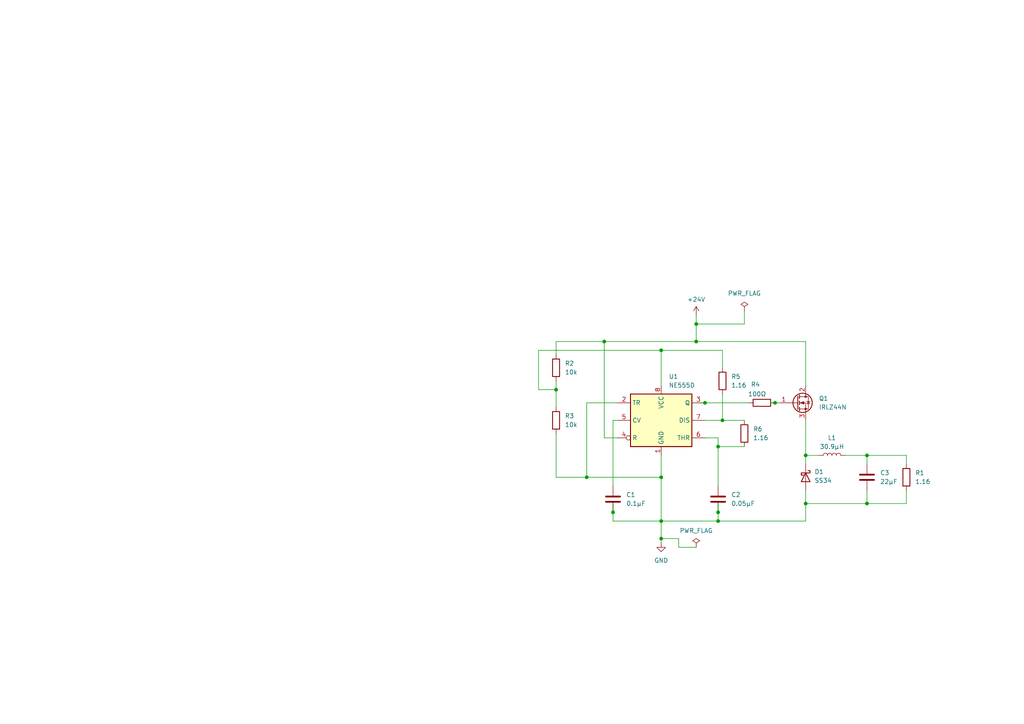
<source format=kicad_sch>
(kicad_sch
	(version 20231120)
	(generator "eeschema")
	(generator_version "8.0")
	(uuid "06f6e6e1-0548-4e65-a511-1ce829e0ce8c")
	(paper "A4")
	(title_block
		(title "Group 56 Buck Converter")
	)
	(lib_symbols
		(symbol "Device:C"
			(pin_numbers hide)
			(pin_names
				(offset 0.254)
			)
			(exclude_from_sim no)
			(in_bom yes)
			(on_board yes)
			(property "Reference" "C"
				(at 0.635 2.54 0)
				(effects
					(font
						(size 1.27 1.27)
					)
					(justify left)
				)
			)
			(property "Value" "C"
				(at 0.635 -2.54 0)
				(effects
					(font
						(size 1.27 1.27)
					)
					(justify left)
				)
			)
			(property "Footprint" ""
				(at 0.9652 -3.81 0)
				(effects
					(font
						(size 1.27 1.27)
					)
					(hide yes)
				)
			)
			(property "Datasheet" "~"
				(at 0 0 0)
				(effects
					(font
						(size 1.27 1.27)
					)
					(hide yes)
				)
			)
			(property "Description" "Unpolarized capacitor"
				(at 0 0 0)
				(effects
					(font
						(size 1.27 1.27)
					)
					(hide yes)
				)
			)
			(property "ki_keywords" "cap capacitor"
				(at 0 0 0)
				(effects
					(font
						(size 1.27 1.27)
					)
					(hide yes)
				)
			)
			(property "ki_fp_filters" "C_*"
				(at 0 0 0)
				(effects
					(font
						(size 1.27 1.27)
					)
					(hide yes)
				)
			)
			(symbol "C_0_1"
				(polyline
					(pts
						(xy -2.032 -0.762) (xy 2.032 -0.762)
					)
					(stroke
						(width 0.508)
						(type default)
					)
					(fill
						(type none)
					)
				)
				(polyline
					(pts
						(xy -2.032 0.762) (xy 2.032 0.762)
					)
					(stroke
						(width 0.508)
						(type default)
					)
					(fill
						(type none)
					)
				)
			)
			(symbol "C_1_1"
				(pin passive line
					(at 0 3.81 270)
					(length 2.794)
					(name "~"
						(effects
							(font
								(size 1.27 1.27)
							)
						)
					)
					(number "1"
						(effects
							(font
								(size 1.27 1.27)
							)
						)
					)
				)
				(pin passive line
					(at 0 -3.81 90)
					(length 2.794)
					(name "~"
						(effects
							(font
								(size 1.27 1.27)
							)
						)
					)
					(number "2"
						(effects
							(font
								(size 1.27 1.27)
							)
						)
					)
				)
			)
		)
		(symbol "Device:L"
			(pin_numbers hide)
			(pin_names
				(offset 1.016) hide)
			(exclude_from_sim no)
			(in_bom yes)
			(on_board yes)
			(property "Reference" "L"
				(at -1.27 0 90)
				(effects
					(font
						(size 1.27 1.27)
					)
				)
			)
			(property "Value" "L"
				(at 1.905 0 90)
				(effects
					(font
						(size 1.27 1.27)
					)
				)
			)
			(property "Footprint" ""
				(at 0 0 0)
				(effects
					(font
						(size 1.27 1.27)
					)
					(hide yes)
				)
			)
			(property "Datasheet" "~"
				(at 0 0 0)
				(effects
					(font
						(size 1.27 1.27)
					)
					(hide yes)
				)
			)
			(property "Description" "Inductor"
				(at 0 0 0)
				(effects
					(font
						(size 1.27 1.27)
					)
					(hide yes)
				)
			)
			(property "ki_keywords" "inductor choke coil reactor magnetic"
				(at 0 0 0)
				(effects
					(font
						(size 1.27 1.27)
					)
					(hide yes)
				)
			)
			(property "ki_fp_filters" "Choke_* *Coil* Inductor_* L_*"
				(at 0 0 0)
				(effects
					(font
						(size 1.27 1.27)
					)
					(hide yes)
				)
			)
			(symbol "L_0_1"
				(arc
					(start 0 -2.54)
					(mid 0.6323 -1.905)
					(end 0 -1.27)
					(stroke
						(width 0)
						(type default)
					)
					(fill
						(type none)
					)
				)
				(arc
					(start 0 -1.27)
					(mid 0.6323 -0.635)
					(end 0 0)
					(stroke
						(width 0)
						(type default)
					)
					(fill
						(type none)
					)
				)
				(arc
					(start 0 0)
					(mid 0.6323 0.635)
					(end 0 1.27)
					(stroke
						(width 0)
						(type default)
					)
					(fill
						(type none)
					)
				)
				(arc
					(start 0 1.27)
					(mid 0.6323 1.905)
					(end 0 2.54)
					(stroke
						(width 0)
						(type default)
					)
					(fill
						(type none)
					)
				)
			)
			(symbol "L_1_1"
				(pin passive line
					(at 0 3.81 270)
					(length 1.27)
					(name "1"
						(effects
							(font
								(size 1.27 1.27)
							)
						)
					)
					(number "1"
						(effects
							(font
								(size 1.27 1.27)
							)
						)
					)
				)
				(pin passive line
					(at 0 -3.81 90)
					(length 1.27)
					(name "2"
						(effects
							(font
								(size 1.27 1.27)
							)
						)
					)
					(number "2"
						(effects
							(font
								(size 1.27 1.27)
							)
						)
					)
				)
			)
		)
		(symbol "Device:R"
			(pin_numbers hide)
			(pin_names
				(offset 0)
			)
			(exclude_from_sim no)
			(in_bom yes)
			(on_board yes)
			(property "Reference" "R"
				(at 2.032 0 90)
				(effects
					(font
						(size 1.27 1.27)
					)
				)
			)
			(property "Value" "R"
				(at 0 0 90)
				(effects
					(font
						(size 1.27 1.27)
					)
				)
			)
			(property "Footprint" ""
				(at -1.778 0 90)
				(effects
					(font
						(size 1.27 1.27)
					)
					(hide yes)
				)
			)
			(property "Datasheet" "~"
				(at 0 0 0)
				(effects
					(font
						(size 1.27 1.27)
					)
					(hide yes)
				)
			)
			(property "Description" "Resistor"
				(at 0 0 0)
				(effects
					(font
						(size 1.27 1.27)
					)
					(hide yes)
				)
			)
			(property "ki_keywords" "R res resistor"
				(at 0 0 0)
				(effects
					(font
						(size 1.27 1.27)
					)
					(hide yes)
				)
			)
			(property "ki_fp_filters" "R_*"
				(at 0 0 0)
				(effects
					(font
						(size 1.27 1.27)
					)
					(hide yes)
				)
			)
			(symbol "R_0_1"
				(rectangle
					(start -1.016 -2.54)
					(end 1.016 2.54)
					(stroke
						(width 0.254)
						(type default)
					)
					(fill
						(type none)
					)
				)
			)
			(symbol "R_1_1"
				(pin passive line
					(at 0 3.81 270)
					(length 1.27)
					(name "~"
						(effects
							(font
								(size 1.27 1.27)
							)
						)
					)
					(number "1"
						(effects
							(font
								(size 1.27 1.27)
							)
						)
					)
				)
				(pin passive line
					(at 0 -3.81 90)
					(length 1.27)
					(name "~"
						(effects
							(font
								(size 1.27 1.27)
							)
						)
					)
					(number "2"
						(effects
							(font
								(size 1.27 1.27)
							)
						)
					)
				)
			)
		)
		(symbol "Diode:SS34"
			(pin_numbers hide)
			(pin_names
				(offset 1.016) hide)
			(exclude_from_sim no)
			(in_bom yes)
			(on_board yes)
			(property "Reference" "D"
				(at 0 2.54 0)
				(effects
					(font
						(size 1.27 1.27)
					)
				)
			)
			(property "Value" "SS34"
				(at 0 -2.54 0)
				(effects
					(font
						(size 1.27 1.27)
					)
				)
			)
			(property "Footprint" "Diode_SMD:D_SMA"
				(at 0 -4.445 0)
				(effects
					(font
						(size 1.27 1.27)
					)
					(hide yes)
				)
			)
			(property "Datasheet" "https://www.vishay.com/docs/88751/ss32.pdf"
				(at 0 0 0)
				(effects
					(font
						(size 1.27 1.27)
					)
					(hide yes)
				)
			)
			(property "Description" "40V 3A Schottky Diode, SMA"
				(at 0 0 0)
				(effects
					(font
						(size 1.27 1.27)
					)
					(hide yes)
				)
			)
			(property "ki_keywords" "diode Schottky"
				(at 0 0 0)
				(effects
					(font
						(size 1.27 1.27)
					)
					(hide yes)
				)
			)
			(property "ki_fp_filters" "D*SMA*"
				(at 0 0 0)
				(effects
					(font
						(size 1.27 1.27)
					)
					(hide yes)
				)
			)
			(symbol "SS34_0_1"
				(polyline
					(pts
						(xy 1.27 0) (xy -1.27 0)
					)
					(stroke
						(width 0)
						(type default)
					)
					(fill
						(type none)
					)
				)
				(polyline
					(pts
						(xy 1.27 1.27) (xy 1.27 -1.27) (xy -1.27 0) (xy 1.27 1.27)
					)
					(stroke
						(width 0.254)
						(type default)
					)
					(fill
						(type none)
					)
				)
				(polyline
					(pts
						(xy -1.905 0.635) (xy -1.905 1.27) (xy -1.27 1.27) (xy -1.27 -1.27) (xy -0.635 -1.27) (xy -0.635 -0.635)
					)
					(stroke
						(width 0.254)
						(type default)
					)
					(fill
						(type none)
					)
				)
			)
			(symbol "SS34_1_1"
				(pin passive line
					(at -3.81 0 0)
					(length 2.54)
					(name "K"
						(effects
							(font
								(size 1.27 1.27)
							)
						)
					)
					(number "1"
						(effects
							(font
								(size 1.27 1.27)
							)
						)
					)
				)
				(pin passive line
					(at 3.81 0 180)
					(length 2.54)
					(name "A"
						(effects
							(font
								(size 1.27 1.27)
							)
						)
					)
					(number "2"
						(effects
							(font
								(size 1.27 1.27)
							)
						)
					)
				)
			)
		)
		(symbol "Timer:NE555D"
			(exclude_from_sim no)
			(in_bom yes)
			(on_board yes)
			(property "Reference" "U"
				(at -10.16 8.89 0)
				(effects
					(font
						(size 1.27 1.27)
					)
					(justify left)
				)
			)
			(property "Value" "NE555D"
				(at 2.54 8.89 0)
				(effects
					(font
						(size 1.27 1.27)
					)
					(justify left)
				)
			)
			(property "Footprint" "Package_SO:SOIC-8_3.9x4.9mm_P1.27mm"
				(at 21.59 -10.16 0)
				(effects
					(font
						(size 1.27 1.27)
					)
					(hide yes)
				)
			)
			(property "Datasheet" "http://www.ti.com/lit/ds/symlink/ne555.pdf"
				(at 21.59 -10.16 0)
				(effects
					(font
						(size 1.27 1.27)
					)
					(hide yes)
				)
			)
			(property "Description" "Precision Timers, 555 compatible, SOIC-8"
				(at 0 0 0)
				(effects
					(font
						(size 1.27 1.27)
					)
					(hide yes)
				)
			)
			(property "ki_keywords" "single timer 555"
				(at 0 0 0)
				(effects
					(font
						(size 1.27 1.27)
					)
					(hide yes)
				)
			)
			(property "ki_fp_filters" "SOIC*3.9x4.9mm*P1.27mm*"
				(at 0 0 0)
				(effects
					(font
						(size 1.27 1.27)
					)
					(hide yes)
				)
			)
			(symbol "NE555D_0_0"
				(pin power_in line
					(at 0 -10.16 90)
					(length 2.54)
					(name "GND"
						(effects
							(font
								(size 1.27 1.27)
							)
						)
					)
					(number "1"
						(effects
							(font
								(size 1.27 1.27)
							)
						)
					)
				)
				(pin power_in line
					(at 0 10.16 270)
					(length 2.54)
					(name "VCC"
						(effects
							(font
								(size 1.27 1.27)
							)
						)
					)
					(number "8"
						(effects
							(font
								(size 1.27 1.27)
							)
						)
					)
				)
			)
			(symbol "NE555D_0_1"
				(rectangle
					(start -8.89 -7.62)
					(end 8.89 7.62)
					(stroke
						(width 0.254)
						(type default)
					)
					(fill
						(type background)
					)
				)
				(rectangle
					(start -8.89 -7.62)
					(end 8.89 7.62)
					(stroke
						(width 0.254)
						(type default)
					)
					(fill
						(type background)
					)
				)
			)
			(symbol "NE555D_1_1"
				(pin input line
					(at -12.7 5.08 0)
					(length 3.81)
					(name "TR"
						(effects
							(font
								(size 1.27 1.27)
							)
						)
					)
					(number "2"
						(effects
							(font
								(size 1.27 1.27)
							)
						)
					)
				)
				(pin output line
					(at 12.7 5.08 180)
					(length 3.81)
					(name "Q"
						(effects
							(font
								(size 1.27 1.27)
							)
						)
					)
					(number "3"
						(effects
							(font
								(size 1.27 1.27)
							)
						)
					)
				)
				(pin input inverted
					(at -12.7 -5.08 0)
					(length 3.81)
					(name "R"
						(effects
							(font
								(size 1.27 1.27)
							)
						)
					)
					(number "4"
						(effects
							(font
								(size 1.27 1.27)
							)
						)
					)
				)
				(pin input line
					(at -12.7 0 0)
					(length 3.81)
					(name "CV"
						(effects
							(font
								(size 1.27 1.27)
							)
						)
					)
					(number "5"
						(effects
							(font
								(size 1.27 1.27)
							)
						)
					)
				)
				(pin input line
					(at 12.7 -5.08 180)
					(length 3.81)
					(name "THR"
						(effects
							(font
								(size 1.27 1.27)
							)
						)
					)
					(number "6"
						(effects
							(font
								(size 1.27 1.27)
							)
						)
					)
				)
				(pin input line
					(at 12.7 0 180)
					(length 3.81)
					(name "DIS"
						(effects
							(font
								(size 1.27 1.27)
							)
						)
					)
					(number "7"
						(effects
							(font
								(size 1.27 1.27)
							)
						)
					)
				)
			)
		)
		(symbol "Transistor_FET:IRLZ44N"
			(pin_names hide)
			(exclude_from_sim no)
			(in_bom yes)
			(on_board yes)
			(property "Reference" "Q"
				(at 5.08 1.905 0)
				(effects
					(font
						(size 1.27 1.27)
					)
					(justify left)
				)
			)
			(property "Value" "IRLZ44N"
				(at 5.08 0 0)
				(effects
					(font
						(size 1.27 1.27)
					)
					(justify left)
				)
			)
			(property "Footprint" "Package_TO_SOT_THT:TO-220-3_Vertical"
				(at 5.08 -1.905 0)
				(effects
					(font
						(size 1.27 1.27)
						(italic yes)
					)
					(justify left)
					(hide yes)
				)
			)
			(property "Datasheet" "http://www.irf.com/product-info/datasheets/data/irlz44n.pdf"
				(at 5.08 -3.81 0)
				(effects
					(font
						(size 1.27 1.27)
					)
					(justify left)
					(hide yes)
				)
			)
			(property "Description" "47A Id, 55V Vds, 22mOhm Rds Single N-Channel HEXFET Power MOSFET, TO-220AB"
				(at 0 0 0)
				(effects
					(font
						(size 1.27 1.27)
					)
					(hide yes)
				)
			)
			(property "ki_keywords" "N-Channel HEXFET MOSFET Logic-Level"
				(at 0 0 0)
				(effects
					(font
						(size 1.27 1.27)
					)
					(hide yes)
				)
			)
			(property "ki_fp_filters" "TO?220*"
				(at 0 0 0)
				(effects
					(font
						(size 1.27 1.27)
					)
					(hide yes)
				)
			)
			(symbol "IRLZ44N_0_1"
				(polyline
					(pts
						(xy 0.254 0) (xy -2.54 0)
					)
					(stroke
						(width 0)
						(type default)
					)
					(fill
						(type none)
					)
				)
				(polyline
					(pts
						(xy 0.254 1.905) (xy 0.254 -1.905)
					)
					(stroke
						(width 0.254)
						(type default)
					)
					(fill
						(type none)
					)
				)
				(polyline
					(pts
						(xy 0.762 -1.27) (xy 0.762 -2.286)
					)
					(stroke
						(width 0.254)
						(type default)
					)
					(fill
						(type none)
					)
				)
				(polyline
					(pts
						(xy 0.762 0.508) (xy 0.762 -0.508)
					)
					(stroke
						(width 0.254)
						(type default)
					)
					(fill
						(type none)
					)
				)
				(polyline
					(pts
						(xy 0.762 2.286) (xy 0.762 1.27)
					)
					(stroke
						(width 0.254)
						(type default)
					)
					(fill
						(type none)
					)
				)
				(polyline
					(pts
						(xy 2.54 2.54) (xy 2.54 1.778)
					)
					(stroke
						(width 0)
						(type default)
					)
					(fill
						(type none)
					)
				)
				(polyline
					(pts
						(xy 2.54 -2.54) (xy 2.54 0) (xy 0.762 0)
					)
					(stroke
						(width 0)
						(type default)
					)
					(fill
						(type none)
					)
				)
				(polyline
					(pts
						(xy 0.762 -1.778) (xy 3.302 -1.778) (xy 3.302 1.778) (xy 0.762 1.778)
					)
					(stroke
						(width 0)
						(type default)
					)
					(fill
						(type none)
					)
				)
				(polyline
					(pts
						(xy 1.016 0) (xy 2.032 0.381) (xy 2.032 -0.381) (xy 1.016 0)
					)
					(stroke
						(width 0)
						(type default)
					)
					(fill
						(type outline)
					)
				)
				(polyline
					(pts
						(xy 2.794 0.508) (xy 2.921 0.381) (xy 3.683 0.381) (xy 3.81 0.254)
					)
					(stroke
						(width 0)
						(type default)
					)
					(fill
						(type none)
					)
				)
				(polyline
					(pts
						(xy 3.302 0.381) (xy 2.921 -0.254) (xy 3.683 -0.254) (xy 3.302 0.381)
					)
					(stroke
						(width 0)
						(type default)
					)
					(fill
						(type none)
					)
				)
				(circle
					(center 1.651 0)
					(radius 2.794)
					(stroke
						(width 0.254)
						(type default)
					)
					(fill
						(type none)
					)
				)
				(circle
					(center 2.54 -1.778)
					(radius 0.254)
					(stroke
						(width 0)
						(type default)
					)
					(fill
						(type outline)
					)
				)
				(circle
					(center 2.54 1.778)
					(radius 0.254)
					(stroke
						(width 0)
						(type default)
					)
					(fill
						(type outline)
					)
				)
			)
			(symbol "IRLZ44N_1_1"
				(pin input line
					(at -5.08 0 0)
					(length 2.54)
					(name "G"
						(effects
							(font
								(size 1.27 1.27)
							)
						)
					)
					(number "1"
						(effects
							(font
								(size 1.27 1.27)
							)
						)
					)
				)
				(pin passive line
					(at 2.54 5.08 270)
					(length 2.54)
					(name "D"
						(effects
							(font
								(size 1.27 1.27)
							)
						)
					)
					(number "2"
						(effects
							(font
								(size 1.27 1.27)
							)
						)
					)
				)
				(pin passive line
					(at 2.54 -5.08 90)
					(length 2.54)
					(name "S"
						(effects
							(font
								(size 1.27 1.27)
							)
						)
					)
					(number "3"
						(effects
							(font
								(size 1.27 1.27)
							)
						)
					)
				)
			)
		)
		(symbol "power:+24V"
			(power)
			(pin_numbers hide)
			(pin_names
				(offset 0) hide)
			(exclude_from_sim no)
			(in_bom yes)
			(on_board yes)
			(property "Reference" "#PWR"
				(at 0 -3.81 0)
				(effects
					(font
						(size 1.27 1.27)
					)
					(hide yes)
				)
			)
			(property "Value" "+24V"
				(at 0 3.556 0)
				(effects
					(font
						(size 1.27 1.27)
					)
				)
			)
			(property "Footprint" ""
				(at 0 0 0)
				(effects
					(font
						(size 1.27 1.27)
					)
					(hide yes)
				)
			)
			(property "Datasheet" ""
				(at 0 0 0)
				(effects
					(font
						(size 1.27 1.27)
					)
					(hide yes)
				)
			)
			(property "Description" "Power symbol creates a global label with name \"+24V\""
				(at 0 0 0)
				(effects
					(font
						(size 1.27 1.27)
					)
					(hide yes)
				)
			)
			(property "ki_keywords" "global power"
				(at 0 0 0)
				(effects
					(font
						(size 1.27 1.27)
					)
					(hide yes)
				)
			)
			(symbol "+24V_0_1"
				(polyline
					(pts
						(xy -0.762 1.27) (xy 0 2.54)
					)
					(stroke
						(width 0)
						(type default)
					)
					(fill
						(type none)
					)
				)
				(polyline
					(pts
						(xy 0 0) (xy 0 2.54)
					)
					(stroke
						(width 0)
						(type default)
					)
					(fill
						(type none)
					)
				)
				(polyline
					(pts
						(xy 0 2.54) (xy 0.762 1.27)
					)
					(stroke
						(width 0)
						(type default)
					)
					(fill
						(type none)
					)
				)
			)
			(symbol "+24V_1_1"
				(pin power_in line
					(at 0 0 90)
					(length 0)
					(name "~"
						(effects
							(font
								(size 1.27 1.27)
							)
						)
					)
					(number "1"
						(effects
							(font
								(size 1.27 1.27)
							)
						)
					)
				)
			)
		)
		(symbol "power:GND"
			(power)
			(pin_numbers hide)
			(pin_names
				(offset 0) hide)
			(exclude_from_sim no)
			(in_bom yes)
			(on_board yes)
			(property "Reference" "#PWR"
				(at 0 -6.35 0)
				(effects
					(font
						(size 1.27 1.27)
					)
					(hide yes)
				)
			)
			(property "Value" "GND"
				(at 0 -3.81 0)
				(effects
					(font
						(size 1.27 1.27)
					)
				)
			)
			(property "Footprint" ""
				(at 0 0 0)
				(effects
					(font
						(size 1.27 1.27)
					)
					(hide yes)
				)
			)
			(property "Datasheet" ""
				(at 0 0 0)
				(effects
					(font
						(size 1.27 1.27)
					)
					(hide yes)
				)
			)
			(property "Description" "Power symbol creates a global label with name \"GND\" , ground"
				(at 0 0 0)
				(effects
					(font
						(size 1.27 1.27)
					)
					(hide yes)
				)
			)
			(property "ki_keywords" "global power"
				(at 0 0 0)
				(effects
					(font
						(size 1.27 1.27)
					)
					(hide yes)
				)
			)
			(symbol "GND_0_1"
				(polyline
					(pts
						(xy 0 0) (xy 0 -1.27) (xy 1.27 -1.27) (xy 0 -2.54) (xy -1.27 -1.27) (xy 0 -1.27)
					)
					(stroke
						(width 0)
						(type default)
					)
					(fill
						(type none)
					)
				)
			)
			(symbol "GND_1_1"
				(pin power_in line
					(at 0 0 270)
					(length 0)
					(name "~"
						(effects
							(font
								(size 1.27 1.27)
							)
						)
					)
					(number "1"
						(effects
							(font
								(size 1.27 1.27)
							)
						)
					)
				)
			)
		)
		(symbol "power:PWR_FLAG"
			(power)
			(pin_numbers hide)
			(pin_names
				(offset 0) hide)
			(exclude_from_sim no)
			(in_bom yes)
			(on_board yes)
			(property "Reference" "#FLG"
				(at 0 1.905 0)
				(effects
					(font
						(size 1.27 1.27)
					)
					(hide yes)
				)
			)
			(property "Value" "PWR_FLAG"
				(at 0 3.81 0)
				(effects
					(font
						(size 1.27 1.27)
					)
				)
			)
			(property "Footprint" ""
				(at 0 0 0)
				(effects
					(font
						(size 1.27 1.27)
					)
					(hide yes)
				)
			)
			(property "Datasheet" "~"
				(at 0 0 0)
				(effects
					(font
						(size 1.27 1.27)
					)
					(hide yes)
				)
			)
			(property "Description" "Special symbol for telling ERC where power comes from"
				(at 0 0 0)
				(effects
					(font
						(size 1.27 1.27)
					)
					(hide yes)
				)
			)
			(property "ki_keywords" "flag power"
				(at 0 0 0)
				(effects
					(font
						(size 1.27 1.27)
					)
					(hide yes)
				)
			)
			(symbol "PWR_FLAG_0_0"
				(pin power_out line
					(at 0 0 90)
					(length 0)
					(name "~"
						(effects
							(font
								(size 1.27 1.27)
							)
						)
					)
					(number "1"
						(effects
							(font
								(size 1.27 1.27)
							)
						)
					)
				)
			)
			(symbol "PWR_FLAG_0_1"
				(polyline
					(pts
						(xy 0 0) (xy 0 1.27) (xy -1.016 1.905) (xy 0 2.54) (xy 1.016 1.905) (xy 0 1.27)
					)
					(stroke
						(width 0)
						(type default)
					)
					(fill
						(type none)
					)
				)
			)
		)
	)
	(junction
		(at 204.47 116.84)
		(diameter 0)
		(color 0 0 0 0)
		(uuid "16521c1f-a81d-45ad-833d-28fc9509b6a1")
	)
	(junction
		(at 201.93 99.06)
		(diameter 0)
		(color 0 0 0 0)
		(uuid "20f496be-32c1-4768-a229-9b1e43a3d4a7")
	)
	(junction
		(at 191.77 138.43)
		(diameter 0)
		(color 0 0 0 0)
		(uuid "27e513ad-2176-4e68-87ed-83c1aa63b1f9")
	)
	(junction
		(at 191.77 101.6)
		(diameter 0)
		(color 0 0 0 0)
		(uuid "39176ebf-ba48-4005-8879-c91d8c75d204")
	)
	(junction
		(at 251.46 132.08)
		(diameter 0)
		(color 0 0 0 0)
		(uuid "3f72a981-7762-4d5f-87b9-40a1298829a6")
	)
	(junction
		(at 175.26 99.06)
		(diameter 0)
		(color 0 0 0 0)
		(uuid "54e1b953-c230-4cf8-9902-484c4b8b04b0")
	)
	(junction
		(at 208.28 151.13)
		(diameter 0)
		(color 0 0 0 0)
		(uuid "5f47d47d-67f3-4f30-8c73-d6dd57f38824")
	)
	(junction
		(at 170.18 138.43)
		(diameter 0)
		(color 0 0 0 0)
		(uuid "7dcfeb46-0da6-44cb-8e7c-f0a233ae87af")
	)
	(junction
		(at 233.68 132.08)
		(diameter 0)
		(color 0 0 0 0)
		(uuid "8ace96b2-b93a-46ae-8f5c-73cd01526b79")
	)
	(junction
		(at 209.55 121.92)
		(diameter 0)
		(color 0 0 0 0)
		(uuid "a03b196f-525e-4960-b4a8-9f5887490944")
	)
	(junction
		(at 177.8 148.59)
		(diameter 0)
		(color 0 0 0 0)
		(uuid "a5486cd0-4b3e-4fbd-9bea-ad8ef5256013")
	)
	(junction
		(at 224.79 116.84)
		(diameter 0)
		(color 0 0 0 0)
		(uuid "aa4f4a5f-ca56-4272-91c7-47fef6fb06fb")
	)
	(junction
		(at 161.29 113.03)
		(diameter 0)
		(color 0 0 0 0)
		(uuid "b6a3a9f9-ce59-4546-bff4-cafc3cbb6b80")
	)
	(junction
		(at 233.68 146.05)
		(diameter 0)
		(color 0 0 0 0)
		(uuid "c5c53914-7bd0-42d6-991f-7ad376ff90aa")
	)
	(junction
		(at 191.77 151.13)
		(diameter 0)
		(color 0 0 0 0)
		(uuid "db60a4c5-0ade-41ad-b237-a2b6ed2940a5")
	)
	(junction
		(at 201.93 93.98)
		(diameter 0)
		(color 0 0 0 0)
		(uuid "e39efea0-433f-462c-9d54-b5a1bdc01015")
	)
	(junction
		(at 191.77 156.21)
		(diameter 0)
		(color 0 0 0 0)
		(uuid "e7646652-8027-4e52-880a-e1fe636724d1")
	)
	(junction
		(at 208.28 129.54)
		(diameter 0)
		(color 0 0 0 0)
		(uuid "ec8f958a-947b-4d20-99a9-c50da713d4eb")
	)
	(junction
		(at 208.28 148.59)
		(diameter 0)
		(color 0 0 0 0)
		(uuid "edca1fc4-cf1a-4d51-b060-926cb1d26bde")
	)
	(junction
		(at 251.46 146.05)
		(diameter 0)
		(color 0 0 0 0)
		(uuid "fa3f969b-3057-4611-99fe-aaa41a111ad4")
	)
	(wire
		(pts
			(xy 191.77 156.21) (xy 196.85 156.21)
		)
		(stroke
			(width 0)
			(type default)
		)
		(uuid "01c29cd3-37a7-4708-aedc-aa65569311ad")
	)
	(wire
		(pts
			(xy 161.29 99.06) (xy 161.29 102.87)
		)
		(stroke
			(width 0)
			(type default)
		)
		(uuid "0f32c40b-6605-4d63-8aa7-1c06eb679be3")
	)
	(wire
		(pts
			(xy 233.68 99.06) (xy 233.68 111.76)
		)
		(stroke
			(width 0)
			(type default)
		)
		(uuid "10c68fcb-2f18-44ed-ba64-ba95e997b9de")
	)
	(wire
		(pts
			(xy 201.93 93.98) (xy 215.9 93.98)
		)
		(stroke
			(width 0)
			(type default)
		)
		(uuid "131785e1-04b9-49c3-8be3-3c1a036af9de")
	)
	(wire
		(pts
			(xy 262.89 134.62) (xy 262.89 132.08)
		)
		(stroke
			(width 0)
			(type default)
		)
		(uuid "190ac822-8f4c-4920-8a25-f5638a3fe8cd")
	)
	(wire
		(pts
			(xy 177.8 151.13) (xy 191.77 151.13)
		)
		(stroke
			(width 0)
			(type default)
		)
		(uuid "1ce92f7f-7daf-48d3-82bd-2208190ef1c1")
	)
	(wire
		(pts
			(xy 161.29 113.03) (xy 161.29 118.11)
		)
		(stroke
			(width 0)
			(type default)
		)
		(uuid "2170293f-f9f5-44b3-92c8-779f8efde41c")
	)
	(wire
		(pts
			(xy 191.77 132.08) (xy 191.77 138.43)
		)
		(stroke
			(width 0)
			(type default)
		)
		(uuid "2264426a-4a70-4e48-a6eb-6ea02ae15f62")
	)
	(wire
		(pts
			(xy 204.47 127) (xy 208.28 127)
		)
		(stroke
			(width 0)
			(type default)
		)
		(uuid "23211377-2e95-46c6-881d-f4c538577e66")
	)
	(wire
		(pts
			(xy 208.28 129.54) (xy 215.9 129.54)
		)
		(stroke
			(width 0)
			(type default)
		)
		(uuid "2803cbcd-46c6-4e76-88e1-0ad36137beea")
	)
	(wire
		(pts
			(xy 209.55 121.92) (xy 204.47 121.92)
		)
		(stroke
			(width 0)
			(type default)
		)
		(uuid "2afb3a7c-5f52-4754-8d62-9a0eb0be5706")
	)
	(wire
		(pts
			(xy 170.18 138.43) (xy 191.77 138.43)
		)
		(stroke
			(width 0)
			(type default)
		)
		(uuid "2e169fc6-16ac-49dd-ba0a-eb72455e1df9")
	)
	(wire
		(pts
			(xy 175.26 127) (xy 179.07 127)
		)
		(stroke
			(width 0)
			(type default)
		)
		(uuid "2eab6155-e821-4eee-970c-293744d871ee")
	)
	(wire
		(pts
			(xy 251.46 142.24) (xy 251.46 146.05)
		)
		(stroke
			(width 0)
			(type default)
		)
		(uuid "34bd142d-ec35-452b-8061-595b88c7e36b")
	)
	(wire
		(pts
			(xy 223.52 116.84) (xy 224.79 116.84)
		)
		(stroke
			(width 0)
			(type default)
		)
		(uuid "34e7647e-4579-4cc1-baa4-947b4c74bd59")
	)
	(wire
		(pts
			(xy 208.28 151.13) (xy 233.68 151.13)
		)
		(stroke
			(width 0)
			(type default)
		)
		(uuid "3867e0ec-5b7d-4c2f-8d72-3b00fc76139b")
	)
	(wire
		(pts
			(xy 233.68 134.62) (xy 233.68 132.08)
		)
		(stroke
			(width 0)
			(type default)
		)
		(uuid "39f1ee45-a34f-4f26-9147-38cceff85d8b")
	)
	(wire
		(pts
			(xy 191.77 111.76) (xy 191.77 101.6)
		)
		(stroke
			(width 0)
			(type default)
		)
		(uuid "3acdf42f-0db5-47a9-b0a3-30e6433caffc")
	)
	(wire
		(pts
			(xy 215.9 93.98) (xy 215.9 90.17)
		)
		(stroke
			(width 0)
			(type default)
		)
		(uuid "3b21f310-6fb1-4bfe-8b38-ed37a63ee676")
	)
	(wire
		(pts
			(xy 209.55 121.92) (xy 215.9 121.92)
		)
		(stroke
			(width 0)
			(type default)
		)
		(uuid "43dd5133-4090-4fb3-ae7c-60cb8904ee51")
	)
	(wire
		(pts
			(xy 156.21 101.6) (xy 156.21 113.03)
		)
		(stroke
			(width 0)
			(type default)
		)
		(uuid "5076ca66-bb7f-4cd1-8808-ee245f08d49a")
	)
	(wire
		(pts
			(xy 191.77 151.13) (xy 191.77 156.21)
		)
		(stroke
			(width 0)
			(type default)
		)
		(uuid "52b20d9c-a1ae-4a2c-b93c-934abd89e291")
	)
	(wire
		(pts
			(xy 191.77 156.21) (xy 191.77 157.48)
		)
		(stroke
			(width 0)
			(type default)
		)
		(uuid "549adbcd-a91e-45ae-9791-8762a3f332e0")
	)
	(wire
		(pts
			(xy 196.85 158.75) (xy 201.93 158.75)
		)
		(stroke
			(width 0)
			(type default)
		)
		(uuid "658f667c-2fd2-434e-846f-07b5df00366e")
	)
	(wire
		(pts
			(xy 201.93 99.06) (xy 233.68 99.06)
		)
		(stroke
			(width 0)
			(type default)
		)
		(uuid "65ea961b-88f9-46ad-a566-23a9fa53ea83")
	)
	(wire
		(pts
			(xy 156.21 113.03) (xy 161.29 113.03)
		)
		(stroke
			(width 0)
			(type default)
		)
		(uuid "69a8387c-d4bb-4a57-931f-a0862d4d9b48")
	)
	(wire
		(pts
			(xy 208.28 146.05) (xy 208.28 148.59)
		)
		(stroke
			(width 0)
			(type default)
		)
		(uuid "733bc104-3339-40ed-bf12-3dc72546a993")
	)
	(wire
		(pts
			(xy 161.29 138.43) (xy 170.18 138.43)
		)
		(stroke
			(width 0)
			(type default)
		)
		(uuid "73a6504e-2512-4b72-aa0b-008b0adf6b26")
	)
	(wire
		(pts
			(xy 233.68 121.92) (xy 233.68 132.08)
		)
		(stroke
			(width 0)
			(type default)
		)
		(uuid "89d998a7-cb52-4bd4-b0fe-0fc2d6895c37")
	)
	(wire
		(pts
			(xy 161.29 110.49) (xy 161.29 113.03)
		)
		(stroke
			(width 0)
			(type default)
		)
		(uuid "89ef0a34-d883-43ef-8f40-109fb8bb64fe")
	)
	(wire
		(pts
			(xy 177.8 146.05) (xy 177.8 148.59)
		)
		(stroke
			(width 0)
			(type default)
		)
		(uuid "8d3a164e-5673-4b09-ae87-960fe800d008")
	)
	(wire
		(pts
			(xy 208.28 148.59) (xy 208.28 151.13)
		)
		(stroke
			(width 0)
			(type default)
		)
		(uuid "8ef5a275-42f2-4ea8-97be-df555e479ac8")
	)
	(wire
		(pts
			(xy 204.47 116.84) (xy 217.17 116.84)
		)
		(stroke
			(width 0)
			(type default)
		)
		(uuid "92ec658b-12f1-4e0f-9025-5a7107a13099")
	)
	(wire
		(pts
			(xy 224.79 116.84) (xy 226.06 116.84)
		)
		(stroke
			(width 0)
			(type default)
		)
		(uuid "9e03ff12-2d44-44d0-b94d-e4edd3ab9cbb")
	)
	(wire
		(pts
			(xy 175.26 127) (xy 175.26 99.06)
		)
		(stroke
			(width 0)
			(type default)
		)
		(uuid "9e4f5426-85e5-49e3-980c-04e4c64662b3")
	)
	(wire
		(pts
			(xy 201.93 116.84) (xy 204.47 116.84)
		)
		(stroke
			(width 0)
			(type default)
		)
		(uuid "9fd7bc8d-bd7d-4f8f-ab84-1ba170beeb61")
	)
	(wire
		(pts
			(xy 208.28 129.54) (xy 208.28 140.97)
		)
		(stroke
			(width 0)
			(type default)
		)
		(uuid "a1d3ceeb-13de-43ea-ada8-e02c8ef6eec0")
	)
	(wire
		(pts
			(xy 201.93 91.44) (xy 201.93 93.98)
		)
		(stroke
			(width 0)
			(type default)
		)
		(uuid "a33700c7-d0bf-467e-a8ec-e19741f5f17e")
	)
	(wire
		(pts
			(xy 177.8 121.92) (xy 179.07 121.92)
		)
		(stroke
			(width 0)
			(type default)
		)
		(uuid "a3efb657-c9e2-45b0-9cc4-039b8e96c602")
	)
	(wire
		(pts
			(xy 209.55 101.6) (xy 209.55 106.68)
		)
		(stroke
			(width 0)
			(type default)
		)
		(uuid "a51d56b1-4c7e-40e4-a622-d013febee116")
	)
	(wire
		(pts
			(xy 251.46 134.62) (xy 251.46 132.08)
		)
		(stroke
			(width 0)
			(type default)
		)
		(uuid "a91c38de-0515-4fa4-9ee7-5bd012097cb0")
	)
	(wire
		(pts
			(xy 196.85 156.21) (xy 196.85 158.75)
		)
		(stroke
			(width 0)
			(type default)
		)
		(uuid "b29116c1-ab34-423e-90b5-deed9a6d369c")
	)
	(wire
		(pts
			(xy 170.18 138.43) (xy 170.18 116.84)
		)
		(stroke
			(width 0)
			(type default)
		)
		(uuid "b3655ab8-3c8a-4c61-bd7f-cca7ee79e21a")
	)
	(wire
		(pts
			(xy 191.77 101.6) (xy 209.55 101.6)
		)
		(stroke
			(width 0)
			(type default)
		)
		(uuid "b6cd9093-af3e-4ecf-9060-86927753200e")
	)
	(wire
		(pts
			(xy 161.29 99.06) (xy 175.26 99.06)
		)
		(stroke
			(width 0)
			(type default)
		)
		(uuid "b7421e2e-1496-440b-9e54-037520c79e2e")
	)
	(wire
		(pts
			(xy 177.8 140.97) (xy 177.8 121.92)
		)
		(stroke
			(width 0)
			(type default)
		)
		(uuid "bc9cd1d0-a587-4a00-8ec8-fe457668955b")
	)
	(wire
		(pts
			(xy 233.68 151.13) (xy 233.68 146.05)
		)
		(stroke
			(width 0)
			(type default)
		)
		(uuid "c27be00f-22a3-407b-8a0b-67aa4ebe313b")
	)
	(wire
		(pts
			(xy 161.29 125.73) (xy 161.29 138.43)
		)
		(stroke
			(width 0)
			(type default)
		)
		(uuid "c57323aa-f00d-4b9b-b3bd-ddcd29926bbf")
	)
	(wire
		(pts
			(xy 191.77 138.43) (xy 191.77 151.13)
		)
		(stroke
			(width 0)
			(type default)
		)
		(uuid "c988123a-7226-45d7-9f1b-842333ee369e")
	)
	(wire
		(pts
			(xy 175.26 99.06) (xy 201.93 99.06)
		)
		(stroke
			(width 0)
			(type default)
		)
		(uuid "caa1155b-f463-498a-a6db-338539942527")
	)
	(wire
		(pts
			(xy 191.77 101.6) (xy 156.21 101.6)
		)
		(stroke
			(width 0)
			(type default)
		)
		(uuid "cadc1796-8523-45b2-af5a-9995faaae307")
	)
	(wire
		(pts
			(xy 170.18 116.84) (xy 179.07 116.84)
		)
		(stroke
			(width 0)
			(type default)
		)
		(uuid "cb2dc046-79df-4135-8b8c-8a649946f564")
	)
	(wire
		(pts
			(xy 233.68 142.24) (xy 233.68 146.05)
		)
		(stroke
			(width 0)
			(type default)
		)
		(uuid "cbbd2fa6-14ec-44e7-88bc-be2c302d29b3")
	)
	(wire
		(pts
			(xy 262.89 142.24) (xy 262.89 146.05)
		)
		(stroke
			(width 0)
			(type default)
		)
		(uuid "d994b7d8-736b-43fe-b849-de41caba21c4")
	)
	(wire
		(pts
			(xy 233.68 132.08) (xy 237.49 132.08)
		)
		(stroke
			(width 0)
			(type default)
		)
		(uuid "dfcbb70b-e2eb-4830-a86e-8015c5d07ca7")
	)
	(wire
		(pts
			(xy 209.55 114.3) (xy 209.55 121.92)
		)
		(stroke
			(width 0)
			(type default)
		)
		(uuid "e15fd262-03fd-49ae-ab9e-5b67b99d9c14")
	)
	(wire
		(pts
			(xy 233.68 146.05) (xy 251.46 146.05)
		)
		(stroke
			(width 0)
			(type default)
		)
		(uuid "e2707cb8-687b-4cf3-91bb-10958f8ae9b5")
	)
	(wire
		(pts
			(xy 251.46 146.05) (xy 262.89 146.05)
		)
		(stroke
			(width 0)
			(type default)
		)
		(uuid "eb88b349-32ef-48e2-86af-ebc55074b8a0")
	)
	(wire
		(pts
			(xy 177.8 148.59) (xy 177.8 151.13)
		)
		(stroke
			(width 0)
			(type default)
		)
		(uuid "f096ca05-c054-44ee-8e30-588d0dfbec00")
	)
	(wire
		(pts
			(xy 251.46 132.08) (xy 262.89 132.08)
		)
		(stroke
			(width 0)
			(type default)
		)
		(uuid "f487993e-a215-4964-b285-46556b224d9e")
	)
	(wire
		(pts
			(xy 201.93 93.98) (xy 201.93 99.06)
		)
		(stroke
			(width 0)
			(type default)
		)
		(uuid "f773a152-e601-4581-b290-8094e0a3e79f")
	)
	(wire
		(pts
			(xy 245.11 132.08) (xy 251.46 132.08)
		)
		(stroke
			(width 0)
			(type default)
		)
		(uuid "f7febdb2-2935-4aab-9bb9-239146a992bc")
	)
	(wire
		(pts
			(xy 208.28 127) (xy 208.28 129.54)
		)
		(stroke
			(width 0)
			(type default)
		)
		(uuid "fef544ce-3160-4222-8599-a8776f8305e1")
	)
	(wire
		(pts
			(xy 191.77 151.13) (xy 208.28 151.13)
		)
		(stroke
			(width 0)
			(type default)
		)
		(uuid "ff84b2bf-5cc4-4c80-8a4b-0972808a590b")
	)
	(symbol
		(lib_id "Device:R")
		(at 209.55 110.49 0)
		(unit 1)
		(exclude_from_sim no)
		(in_bom yes)
		(on_board yes)
		(dnp no)
		(fields_autoplaced yes)
		(uuid "0d3b20fb-1da4-4a60-a3f5-803247f16588")
		(property "Reference" "R5"
			(at 212.09 109.2199 0)
			(effects
				(font
					(size 1.27 1.27)
				)
				(justify left)
			)
		)
		(property "Value" "1.16"
			(at 212.09 111.7599 0)
			(effects
				(font
					(size 1.27 1.27)
				)
				(justify left)
			)
		)
		(property "Footprint" "Resistor_SMD:R_1206_3216Metric_Pad1.30x1.75mm_HandSolder"
			(at 207.772 110.49 90)
			(effects
				(font
					(size 1.27 1.27)
				)
				(hide yes)
			)
		)
		(property "Datasheet" "~"
			(at 209.55 110.49 0)
			(effects
				(font
					(size 1.27 1.27)
				)
				(hide yes)
			)
		)
		(property "Description" "Resistor"
			(at 209.55 110.49 0)
			(effects
				(font
					(size 1.27 1.27)
				)
				(hide yes)
			)
		)
		(pin "1"
			(uuid "6bbd1a44-7694-4ab3-aff1-b26bf9a2e71e")
		)
		(pin "2"
			(uuid "02e07ea5-ef2d-46c8-9513-4a81a1b367d3")
		)
		(instances
			(project "buckconverter"
				(path "/06f6e6e1-0548-4e65-a511-1ce829e0ce8c"
					(reference "R5")
					(unit 1)
				)
			)
		)
	)
	(symbol
		(lib_id "Timer:NE555D")
		(at 191.77 121.92 0)
		(unit 1)
		(exclude_from_sim no)
		(in_bom yes)
		(on_board yes)
		(dnp no)
		(fields_autoplaced yes)
		(uuid "10d7dc47-f677-4015-b2e9-d222280a34f6")
		(property "Reference" "U1"
			(at 193.9641 109.22 0)
			(effects
				(font
					(size 1.27 1.27)
				)
				(justify left)
			)
		)
		(property "Value" "NE555D"
			(at 193.9641 111.76 0)
			(effects
				(font
					(size 1.27 1.27)
				)
				(justify left)
			)
		)
		(property "Footprint" "Package_SO:SOIC-8_3.9x4.9mm_P1.27mm"
			(at 213.36 132.08 0)
			(effects
				(font
					(size 1.27 1.27)
				)
				(hide yes)
			)
		)
		(property "Datasheet" "http://www.ti.com/lit/ds/symlink/ne555.pdf"
			(at 213.36 132.08 0)
			(effects
				(font
					(size 1.27 1.27)
				)
				(hide yes)
			)
		)
		(property "Description" "Precision Timers, 555 compatible, SOIC-8"
			(at 191.77 121.92 0)
			(effects
				(font
					(size 1.27 1.27)
				)
				(hide yes)
			)
		)
		(pin "1"
			(uuid "cdc1347a-165f-4c2b-a6f1-85a08afa7908")
		)
		(pin "8"
			(uuid "bcaf8846-4cdd-419f-b324-1dc611279854")
		)
		(pin "2"
			(uuid "64047ab2-19b3-44e3-a535-1c265e3fcb96")
		)
		(pin "6"
			(uuid "065ae7f6-559e-4394-9b62-88580af3028b")
		)
		(pin "4"
			(uuid "8331fd2a-5274-466f-9ad4-0ee7a808c7b9")
		)
		(pin "5"
			(uuid "f43055b6-27f8-4f13-8ee2-e67cdf27eb03")
		)
		(pin "3"
			(uuid "e575da24-bfd1-4eaa-8c7f-06f9390671b3")
		)
		(pin "7"
			(uuid "2c393108-a0b5-4e34-85d0-62ab40d3de7d")
		)
		(instances
			(project ""
				(path "/06f6e6e1-0548-4e65-a511-1ce829e0ce8c"
					(reference "U1")
					(unit 1)
				)
			)
		)
	)
	(symbol
		(lib_id "Device:R")
		(at 161.29 106.68 0)
		(unit 1)
		(exclude_from_sim no)
		(in_bom yes)
		(on_board yes)
		(dnp no)
		(fields_autoplaced yes)
		(uuid "16a9b80c-6ddb-4250-b1c5-b848a17fb095")
		(property "Reference" "R2"
			(at 163.83 105.4099 0)
			(effects
				(font
					(size 1.27 1.27)
				)
				(justify left)
			)
		)
		(property "Value" "10k"
			(at 163.83 107.9499 0)
			(effects
				(font
					(size 1.27 1.27)
				)
				(justify left)
			)
		)
		(property "Footprint" "Resistor_SMD:R_1206_3216Metric_Pad1.30x1.75mm_HandSolder"
			(at 159.512 106.68 90)
			(effects
				(font
					(size 1.27 1.27)
				)
				(hide yes)
			)
		)
		(property "Datasheet" "~"
			(at 161.29 106.68 0)
			(effects
				(font
					(size 1.27 1.27)
				)
				(hide yes)
			)
		)
		(property "Description" "Resistor"
			(at 161.29 106.68 0)
			(effects
				(font
					(size 1.27 1.27)
				)
				(hide yes)
			)
		)
		(pin "1"
			(uuid "1c51652c-4eee-4e3f-90c8-0fa70820b452")
		)
		(pin "2"
			(uuid "2ea3328a-0b99-4e1b-a1bc-491ac9abf0ad")
		)
		(instances
			(project "buckconverter"
				(path "/06f6e6e1-0548-4e65-a511-1ce829e0ce8c"
					(reference "R2")
					(unit 1)
				)
			)
		)
	)
	(symbol
		(lib_id "Device:C")
		(at 208.28 144.78 0)
		(unit 1)
		(exclude_from_sim no)
		(in_bom yes)
		(on_board yes)
		(dnp no)
		(fields_autoplaced yes)
		(uuid "28ca999a-dcd5-4e58-bc4a-169343d854cb")
		(property "Reference" "C2"
			(at 212.09 143.5099 0)
			(effects
				(font
					(size 1.27 1.27)
				)
				(justify left)
			)
		)
		(property "Value" "0.05µF"
			(at 212.09 146.0499 0)
			(effects
				(font
					(size 1.27 1.27)
				)
				(justify left)
			)
		)
		(property "Footprint" "Capacitor_THT:CP_Radial_D5.0mm_P2.50mm"
			(at 209.2452 148.59 0)
			(effects
				(font
					(size 1.27 1.27)
				)
				(hide yes)
			)
		)
		(property "Datasheet" "~"
			(at 208.28 144.78 0)
			(effects
				(font
					(size 1.27 1.27)
				)
				(hide yes)
			)
		)
		(property "Description" "Unpolarized capacitor"
			(at 208.28 144.78 0)
			(effects
				(font
					(size 1.27 1.27)
				)
				(hide yes)
			)
		)
		(pin "1"
			(uuid "afe17817-167f-4c79-9430-5c50bba10ca9")
		)
		(pin "2"
			(uuid "72d39096-8207-4679-95d7-345a500d0466")
		)
		(instances
			(project "buckconverter"
				(path "/06f6e6e1-0548-4e65-a511-1ce829e0ce8c"
					(reference "C2")
					(unit 1)
				)
			)
		)
	)
	(symbol
		(lib_id "Device:L")
		(at 241.3 132.08 90)
		(unit 1)
		(exclude_from_sim no)
		(in_bom yes)
		(on_board yes)
		(dnp no)
		(fields_autoplaced yes)
		(uuid "47ae1d4a-7d32-4bb6-82eb-c08320407269")
		(property "Reference" "L1"
			(at 241.3 127 90)
			(effects
				(font
					(size 1.27 1.27)
				)
			)
		)
		(property "Value" "30.9µH"
			(at 241.3 129.54 90)
			(effects
				(font
					(size 1.27 1.27)
				)
			)
		)
		(property "Footprint" "Inductor_THT:L_Axial_L9.5mm_D4.0mm_P15.24mm_Horizontal_Fastron_SMCC"
			(at 241.3 132.08 0)
			(effects
				(font
					(size 1.27 1.27)
				)
				(hide yes)
			)
		)
		(property "Datasheet" "~"
			(at 241.3 132.08 0)
			(effects
				(font
					(size 1.27 1.27)
				)
				(hide yes)
			)
		)
		(property "Description" "Inductor"
			(at 241.3 132.08 0)
			(effects
				(font
					(size 1.27 1.27)
				)
				(hide yes)
			)
		)
		(pin "1"
			(uuid "e066fede-cfd7-4ffb-a99b-67c63b9780a0")
		)
		(pin "2"
			(uuid "c2181456-86c6-4bb7-abf6-7e4d9b1eff3b")
		)
		(instances
			(project ""
				(path "/06f6e6e1-0548-4e65-a511-1ce829e0ce8c"
					(reference "L1")
					(unit 1)
				)
			)
		)
	)
	(symbol
		(lib_id "power:GND")
		(at 191.77 157.48 0)
		(unit 1)
		(exclude_from_sim no)
		(in_bom yes)
		(on_board yes)
		(dnp no)
		(fields_autoplaced yes)
		(uuid "4e70ea75-da17-4110-980a-859b272e081e")
		(property "Reference" "#PWR02"
			(at 191.77 163.83 0)
			(effects
				(font
					(size 1.27 1.27)
				)
				(hide yes)
			)
		)
		(property "Value" "GND"
			(at 191.77 162.56 0)
			(effects
				(font
					(size 1.27 1.27)
				)
			)
		)
		(property "Footprint" ""
			(at 191.77 157.48 0)
			(effects
				(font
					(size 1.27 1.27)
				)
				(hide yes)
			)
		)
		(property "Datasheet" ""
			(at 191.77 157.48 0)
			(effects
				(font
					(size 1.27 1.27)
				)
				(hide yes)
			)
		)
		(property "Description" "Power symbol creates a global label with name \"GND\" , ground"
			(at 191.77 157.48 0)
			(effects
				(font
					(size 1.27 1.27)
				)
				(hide yes)
			)
		)
		(pin "1"
			(uuid "30cb107d-091a-4d1a-9f57-2233d16dad51")
		)
		(instances
			(project ""
				(path "/06f6e6e1-0548-4e65-a511-1ce829e0ce8c"
					(reference "#PWR02")
					(unit 1)
				)
			)
		)
	)
	(symbol
		(lib_id "Device:R")
		(at 262.89 138.43 0)
		(unit 1)
		(exclude_from_sim no)
		(in_bom yes)
		(on_board yes)
		(dnp no)
		(fields_autoplaced yes)
		(uuid "5540378f-50fd-43f6-bed3-81e1fa3cb718")
		(property "Reference" "R1"
			(at 265.43 137.1599 0)
			(effects
				(font
					(size 1.27 1.27)
				)
				(justify left)
			)
		)
		(property "Value" "1.16"
			(at 265.43 139.6999 0)
			(effects
				(font
					(size 1.27 1.27)
				)
				(justify left)
			)
		)
		(property "Footprint" "Resistor_SMD:R_1206_3216Metric_Pad1.30x1.75mm_HandSolder"
			(at 261.112 138.43 90)
			(effects
				(font
					(size 1.27 1.27)
				)
				(hide yes)
			)
		)
		(property "Datasheet" "~"
			(at 262.89 138.43 0)
			(effects
				(font
					(size 1.27 1.27)
				)
				(hide yes)
			)
		)
		(property "Description" "Resistor"
			(at 262.89 138.43 0)
			(effects
				(font
					(size 1.27 1.27)
				)
				(hide yes)
			)
		)
		(pin "1"
			(uuid "278ac478-d644-4d28-983c-5101931c5b45")
		)
		(pin "2"
			(uuid "876bdb02-f5f4-4561-b29f-5203e0649a54")
		)
		(instances
			(project ""
				(path "/06f6e6e1-0548-4e65-a511-1ce829e0ce8c"
					(reference "R1")
					(unit 1)
				)
			)
		)
	)
	(symbol
		(lib_id "Device:C")
		(at 177.8 144.78 0)
		(unit 1)
		(exclude_from_sim no)
		(in_bom yes)
		(on_board yes)
		(dnp no)
		(fields_autoplaced yes)
		(uuid "720519e4-05f2-4d9b-9e6d-2b8170353324")
		(property "Reference" "C1"
			(at 181.61 143.5099 0)
			(effects
				(font
					(size 1.27 1.27)
				)
				(justify left)
			)
		)
		(property "Value" "0.1µF"
			(at 181.61 146.0499 0)
			(effects
				(font
					(size 1.27 1.27)
				)
				(justify left)
			)
		)
		(property "Footprint" "Capacitor_THT:CP_Radial_D5.0mm_P2.50mm"
			(at 178.7652 148.59 0)
			(effects
				(font
					(size 1.27 1.27)
				)
				(hide yes)
			)
		)
		(property "Datasheet" "~"
			(at 177.8 144.78 0)
			(effects
				(font
					(size 1.27 1.27)
				)
				(hide yes)
			)
		)
		(property "Description" "Unpolarized capacitor"
			(at 177.8 144.78 0)
			(effects
				(font
					(size 1.27 1.27)
				)
				(hide yes)
			)
		)
		(pin "1"
			(uuid "2fa3a6fa-c4fa-4066-b688-93f85c8e1029")
		)
		(pin "2"
			(uuid "6866f002-2c30-466d-9204-75aac4dfe5bf")
		)
		(instances
			(project ""
				(path "/06f6e6e1-0548-4e65-a511-1ce829e0ce8c"
					(reference "C1")
					(unit 1)
				)
			)
		)
	)
	(symbol
		(lib_id "Device:R")
		(at 220.98 116.84 90)
		(unit 1)
		(exclude_from_sim no)
		(in_bom yes)
		(on_board yes)
		(dnp no)
		(uuid "7ae80c9b-b2d7-4d5d-89f4-25313a451deb")
		(property "Reference" "R4"
			(at 220.472 111.506 90)
			(effects
				(font
					(size 1.27 1.27)
				)
				(justify left)
			)
		)
		(property "Value" "100Ω"
			(at 222.2499 114.3 90)
			(effects
				(font
					(size 1.27 1.27)
				)
				(justify left)
			)
		)
		(property "Footprint" "Resistor_SMD:R_1206_3216Metric_Pad1.30x1.75mm_HandSolder"
			(at 220.98 118.618 90)
			(effects
				(font
					(size 1.27 1.27)
				)
				(hide yes)
			)
		)
		(property "Datasheet" "~"
			(at 220.98 116.84 0)
			(effects
				(font
					(size 1.27 1.27)
				)
				(hide yes)
			)
		)
		(property "Description" "Resistor"
			(at 220.98 116.84 0)
			(effects
				(font
					(size 1.27 1.27)
				)
				(hide yes)
			)
		)
		(pin "1"
			(uuid "747c4117-b7a0-4fc7-a030-51650735f42b")
		)
		(pin "2"
			(uuid "406d1f11-00ae-4c3e-b8a9-56db03da31c2")
		)
		(instances
			(project "buckconverter"
				(path "/06f6e6e1-0548-4e65-a511-1ce829e0ce8c"
					(reference "R4")
					(unit 1)
				)
			)
		)
	)
	(symbol
		(lib_id "power:+24V")
		(at 201.93 91.44 0)
		(unit 1)
		(exclude_from_sim no)
		(in_bom yes)
		(on_board yes)
		(dnp no)
		(uuid "87a3835c-cfd5-41bb-9dcf-eb4bca3bb678")
		(property "Reference" "#PWR01"
			(at 201.93 95.25 0)
			(effects
				(font
					(size 1.27 1.27)
				)
				(hide yes)
			)
		)
		(property "Value" "+24V"
			(at 201.93 86.868 0)
			(effects
				(font
					(size 1.27 1.27)
				)
			)
		)
		(property "Footprint" ""
			(at 201.93 91.44 0)
			(effects
				(font
					(size 1.27 1.27)
				)
				(hide yes)
			)
		)
		(property "Datasheet" ""
			(at 201.93 91.44 0)
			(effects
				(font
					(size 1.27 1.27)
				)
				(hide yes)
			)
		)
		(property "Description" "Power symbol creates a global label with name \"+24V\""
			(at 201.93 91.44 0)
			(effects
				(font
					(size 1.27 1.27)
				)
				(hide yes)
			)
		)
		(pin "1"
			(uuid "da03a691-14cd-427b-94d3-4b46736abf7d")
		)
		(instances
			(project ""
				(path "/06f6e6e1-0548-4e65-a511-1ce829e0ce8c"
					(reference "#PWR01")
					(unit 1)
				)
			)
		)
	)
	(symbol
		(lib_id "Diode:SS34")
		(at 233.68 138.43 270)
		(unit 1)
		(exclude_from_sim no)
		(in_bom yes)
		(on_board yes)
		(dnp no)
		(fields_autoplaced yes)
		(uuid "8ea9d9e3-a9fc-4ac5-b0be-a08f1bcc265e")
		(property "Reference" "D1"
			(at 236.22 136.8424 90)
			(effects
				(font
					(size 1.27 1.27)
				)
				(justify left)
			)
		)
		(property "Value" "SS34"
			(at 236.22 139.3824 90)
			(effects
				(font
					(size 1.27 1.27)
				)
				(justify left)
			)
		)
		(property "Footprint" "Diode_SMD:D_SMA"
			(at 229.235 138.43 0)
			(effects
				(font
					(size 1.27 1.27)
				)
				(hide yes)
			)
		)
		(property "Datasheet" "https://www.vishay.com/docs/88751/ss32.pdf"
			(at 233.68 138.43 0)
			(effects
				(font
					(size 1.27 1.27)
				)
				(hide yes)
			)
		)
		(property "Description" "40V 3A Schottky Diode, SMA"
			(at 233.68 138.43 0)
			(effects
				(font
					(size 1.27 1.27)
				)
				(hide yes)
			)
		)
		(pin "1"
			(uuid "16d05302-1b46-47c6-8ee2-6933f7bc6611")
		)
		(pin "2"
			(uuid "ef70710d-4b17-4bc2-9fb8-d25ec0462b5c")
		)
		(instances
			(project ""
				(path "/06f6e6e1-0548-4e65-a511-1ce829e0ce8c"
					(reference "D1")
					(unit 1)
				)
			)
		)
	)
	(symbol
		(lib_id "Device:C")
		(at 251.46 138.43 0)
		(unit 1)
		(exclude_from_sim no)
		(in_bom yes)
		(on_board yes)
		(dnp no)
		(fields_autoplaced yes)
		(uuid "b64e6d0c-b1b1-4dd9-8eb6-720a33afc25e")
		(property "Reference" "C3"
			(at 255.27 137.1599 0)
			(effects
				(font
					(size 1.27 1.27)
				)
				(justify left)
			)
		)
		(property "Value" "22µF"
			(at 255.27 139.6999 0)
			(effects
				(font
					(size 1.27 1.27)
				)
				(justify left)
			)
		)
		(property "Footprint" "Capacitor_THT:CP_Radial_D5.0mm_P2.50mm"
			(at 252.4252 142.24 0)
			(effects
				(font
					(size 1.27 1.27)
				)
				(hide yes)
			)
		)
		(property "Datasheet" "~"
			(at 251.46 138.43 0)
			(effects
				(font
					(size 1.27 1.27)
				)
				(hide yes)
			)
		)
		(property "Description" "Unpolarized capacitor"
			(at 251.46 138.43 0)
			(effects
				(font
					(size 1.27 1.27)
				)
				(hide yes)
			)
		)
		(pin "1"
			(uuid "7f893104-d7f2-4c21-8840-098db896e0b6")
		)
		(pin "2"
			(uuid "6b99230f-b76e-4fa8-934e-f1320c2f34cc")
		)
		(instances
			(project "buckconverter"
				(path "/06f6e6e1-0548-4e65-a511-1ce829e0ce8c"
					(reference "C3")
					(unit 1)
				)
			)
		)
	)
	(symbol
		(lib_id "Transistor_FET:IRLZ44N")
		(at 231.14 116.84 0)
		(unit 1)
		(exclude_from_sim no)
		(in_bom yes)
		(on_board yes)
		(dnp no)
		(fields_autoplaced yes)
		(uuid "bf733a93-3c7b-4b59-9863-a8a65b8ef339")
		(property "Reference" "Q1"
			(at 237.49 115.5699 0)
			(effects
				(font
					(size 1.27 1.27)
				)
				(justify left)
			)
		)
		(property "Value" "IRLZ44N"
			(at 237.49 118.1099 0)
			(effects
				(font
					(size 1.27 1.27)
				)
				(justify left)
			)
		)
		(property "Footprint" "Package_TO_SOT_THT:TO-220-3_Vertical"
			(at 236.22 118.745 0)
			(effects
				(font
					(size 1.27 1.27)
					(italic yes)
				)
				(justify left)
				(hide yes)
			)
		)
		(property "Datasheet" "http://www.irf.com/product-info/datasheets/data/irlz44n.pdf"
			(at 236.22 120.65 0)
			(effects
				(font
					(size 1.27 1.27)
				)
				(justify left)
				(hide yes)
			)
		)
		(property "Description" "47A Id, 55V Vds, 22mOhm Rds Single N-Channel HEXFET Power MOSFET, TO-220AB"
			(at 231.14 116.84 0)
			(effects
				(font
					(size 1.27 1.27)
				)
				(hide yes)
			)
		)
		(pin "1"
			(uuid "f96f73ad-93a2-433f-8d0f-eb46cd054a8f")
		)
		(pin "2"
			(uuid "7a3c3b89-a424-4898-aefd-21d320350771")
		)
		(pin "3"
			(uuid "212bab2b-2ef1-4962-a57a-bbd3f3e2d0aa")
		)
		(instances
			(project ""
				(path "/06f6e6e1-0548-4e65-a511-1ce829e0ce8c"
					(reference "Q1")
					(unit 1)
				)
			)
		)
	)
	(symbol
		(lib_id "Device:R")
		(at 161.29 121.92 0)
		(unit 1)
		(exclude_from_sim no)
		(in_bom yes)
		(on_board yes)
		(dnp no)
		(fields_autoplaced yes)
		(uuid "cd548b05-4cef-428c-9ef9-53e74e86d9e5")
		(property "Reference" "R3"
			(at 163.83 120.6499 0)
			(effects
				(font
					(size 1.27 1.27)
				)
				(justify left)
			)
		)
		(property "Value" "10k"
			(at 163.83 123.1899 0)
			(effects
				(font
					(size 1.27 1.27)
				)
				(justify left)
			)
		)
		(property "Footprint" "Resistor_SMD:R_1206_3216Metric_Pad1.30x1.75mm_HandSolder"
			(at 159.512 121.92 90)
			(effects
				(font
					(size 1.27 1.27)
				)
				(hide yes)
			)
		)
		(property "Datasheet" "~"
			(at 161.29 121.92 0)
			(effects
				(font
					(size 1.27 1.27)
				)
				(hide yes)
			)
		)
		(property "Description" "Resistor"
			(at 161.29 121.92 0)
			(effects
				(font
					(size 1.27 1.27)
				)
				(hide yes)
			)
		)
		(pin "1"
			(uuid "31ffee5b-3901-4a78-b034-1db8f3e6d352")
		)
		(pin "2"
			(uuid "28088e44-8c20-4f8f-a2b0-c4ff726456b3")
		)
		(instances
			(project "buckconverter"
				(path "/06f6e6e1-0548-4e65-a511-1ce829e0ce8c"
					(reference "R3")
					(unit 1)
				)
			)
		)
	)
	(symbol
		(lib_id "power:PWR_FLAG")
		(at 201.93 158.75 0)
		(unit 1)
		(exclude_from_sim no)
		(in_bom yes)
		(on_board yes)
		(dnp no)
		(uuid "d2596e16-e71d-4acb-aaa5-25057536e642")
		(property "Reference" "#FLG02"
			(at 201.93 156.845 0)
			(effects
				(font
					(size 1.27 1.27)
				)
				(hide yes)
			)
		)
		(property "Value" "PWR_FLAG"
			(at 201.93 153.924 0)
			(effects
				(font
					(size 1.27 1.27)
				)
			)
		)
		(property "Footprint" ""
			(at 201.93 158.75 0)
			(effects
				(font
					(size 1.27 1.27)
				)
				(hide yes)
			)
		)
		(property "Datasheet" "~"
			(at 201.93 158.75 0)
			(effects
				(font
					(size 1.27 1.27)
				)
				(hide yes)
			)
		)
		(property "Description" "Special symbol for telling ERC where power comes from"
			(at 201.93 158.75 0)
			(effects
				(font
					(size 1.27 1.27)
				)
				(hide yes)
			)
		)
		(pin "1"
			(uuid "5dd5d89f-bec9-404b-a19c-70e0e9903652")
		)
		(instances
			(project ""
				(path "/06f6e6e1-0548-4e65-a511-1ce829e0ce8c"
					(reference "#FLG02")
					(unit 1)
				)
			)
		)
	)
	(symbol
		(lib_id "power:PWR_FLAG")
		(at 215.9 90.17 0)
		(unit 1)
		(exclude_from_sim no)
		(in_bom yes)
		(on_board yes)
		(dnp no)
		(fields_autoplaced yes)
		(uuid "d7cddefe-a656-4c32-9d2c-c699bf89b998")
		(property "Reference" "#FLG01"
			(at 215.9 88.265 0)
			(effects
				(font
					(size 1.27 1.27)
				)
				(hide yes)
			)
		)
		(property "Value" "PWR_FLAG"
			(at 215.9 85.09 0)
			(effects
				(font
					(size 1.27 1.27)
				)
			)
		)
		(property "Footprint" ""
			(at 215.9 90.17 0)
			(effects
				(font
					(size 1.27 1.27)
				)
				(hide yes)
			)
		)
		(property "Datasheet" "~"
			(at 215.9 90.17 0)
			(effects
				(font
					(size 1.27 1.27)
				)
				(hide yes)
			)
		)
		(property "Description" "Special symbol for telling ERC where power comes from"
			(at 215.9 90.17 0)
			(effects
				(font
					(size 1.27 1.27)
				)
				(hide yes)
			)
		)
		(pin "1"
			(uuid "d5a93b94-7e80-4059-80ae-191214bc90f5")
		)
		(instances
			(project ""
				(path "/06f6e6e1-0548-4e65-a511-1ce829e0ce8c"
					(reference "#FLG01")
					(unit 1)
				)
			)
		)
	)
	(symbol
		(lib_id "Device:R")
		(at 215.9 125.73 0)
		(unit 1)
		(exclude_from_sim no)
		(in_bom yes)
		(on_board yes)
		(dnp no)
		(fields_autoplaced yes)
		(uuid "fa83566d-8626-40bd-b10d-367c202ddcf9")
		(property "Reference" "R6"
			(at 218.44 124.4599 0)
			(effects
				(font
					(size 1.27 1.27)
				)
				(justify left)
			)
		)
		(property "Value" "1.16"
			(at 218.44 126.9999 0)
			(effects
				(font
					(size 1.27 1.27)
				)
				(justify left)
			)
		)
		(property "Footprint" "Resistor_SMD:R_1206_3216Metric_Pad1.30x1.75mm_HandSolder"
			(at 214.122 125.73 90)
			(effects
				(font
					(size 1.27 1.27)
				)
				(hide yes)
			)
		)
		(property "Datasheet" "~"
			(at 215.9 125.73 0)
			(effects
				(font
					(size 1.27 1.27)
				)
				(hide yes)
			)
		)
		(property "Description" "Resistor"
			(at 215.9 125.73 0)
			(effects
				(font
					(size 1.27 1.27)
				)
				(hide yes)
			)
		)
		(pin "1"
			(uuid "7c37750a-a533-4b44-b02f-3929ba5b7734")
		)
		(pin "2"
			(uuid "5b2c406d-48b6-4e7a-ae91-bb4aae32f70e")
		)
		(instances
			(project "buckconverter"
				(path "/06f6e6e1-0548-4e65-a511-1ce829e0ce8c"
					(reference "R6")
					(unit 1)
				)
			)
		)
	)
	(sheet_instances
		(path "/"
			(page "1")
		)
	)
)

</source>
